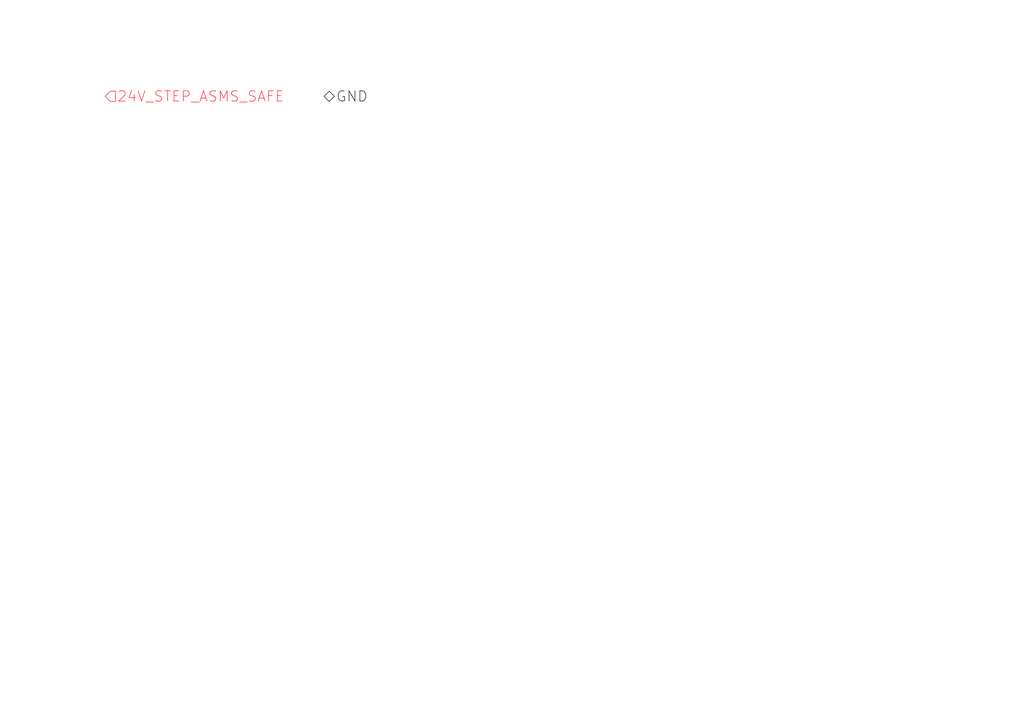
<source format=kicad_sch>
(kicad_sch
	(version 20250114)
	(generator "eeschema")
	(generator_version "9.0")
	(uuid "b73b16db-514b-4a54-9a01-7bc6a1732719")
	(paper "A4")
	(lib_symbols)
	(hierarchical_label "24V_STEP_ASMS_SAFE"
		(shape input)
		(at 30.48 27.94 0)
		(effects
			(font
				(size 3 3)
				(color 255 9 31 1)
			)
			(justify left)
		)
		(uuid "41e54b87-40b7-4170-89d8-a24143f96532")
	)
	(hierarchical_label "GND"
		(shape bidirectional)
		(at 93.98 27.94 0)
		(effects
			(font
				(size 3 3)
				(color 0 0 0 1)
			)
			(justify left)
		)
		(uuid "4d8ff5c1-e28c-4c85-aa35-e29636e2dcce")
	)
)

</source>
